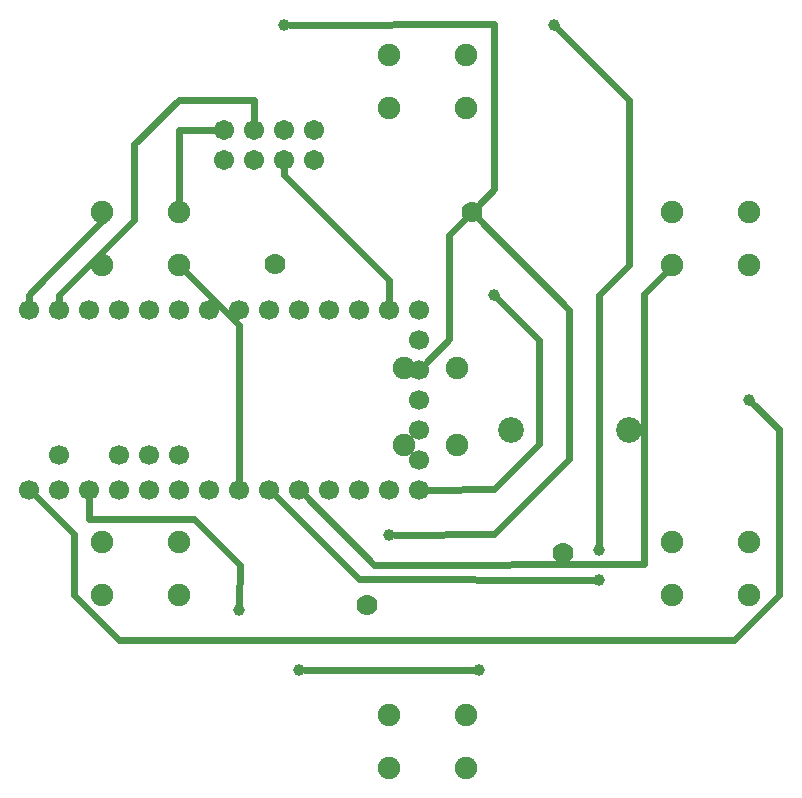
<source format=gtl>
G04 MADE WITH FRITZING*
G04 WWW.FRITZING.ORG*
G04 DOUBLE SIDED*
G04 HOLES PLATED*
G04 CONTOUR ON CENTER OF CONTOUR VECTOR*
%ASAXBY*%
%FSLAX23Y23*%
%MOIN*%
%OFA0B0*%
%SFA1.0B1.0*%
%ADD10C,0.039370*%
%ADD11C,0.085437*%
%ADD12C,0.075000*%
%ADD13C,0.070000*%
%ADD14C,0.066889*%
%ADD15C,0.067278*%
%ADD16C,0.024000*%
%LNCOPPER1*%
G90*
G70*
G54D10*
X2501Y1436D03*
X801Y736D03*
X1001Y536D03*
X1601Y536D03*
X1301Y986D03*
G54D11*
X2101Y1336D03*
X1708Y1336D03*
G54D10*
X951Y2686D03*
X1851Y2686D03*
X2001Y936D03*
X2001Y836D03*
X1651Y1786D03*
G54D12*
X601Y1886D03*
X345Y1886D03*
X601Y2063D03*
X345Y2063D03*
X1301Y2586D03*
X1557Y2586D03*
X1301Y2409D03*
X1557Y2409D03*
X2501Y1886D03*
X2245Y1886D03*
X2501Y2063D03*
X2245Y2063D03*
X2501Y786D03*
X2245Y786D03*
X2501Y963D03*
X2245Y963D03*
X1301Y386D03*
X1557Y386D03*
X1301Y209D03*
X1557Y209D03*
X1351Y1286D03*
X1351Y1542D03*
X1528Y1286D03*
X1528Y1542D03*
X345Y963D03*
X601Y963D03*
X345Y786D03*
X601Y786D03*
G54D13*
X1226Y751D03*
X1882Y926D03*
X1577Y2061D03*
X921Y1887D03*
G54D14*
X1401Y1136D03*
X1301Y1136D03*
X1201Y1136D03*
X1101Y1136D03*
X1001Y1136D03*
X901Y1136D03*
X801Y1136D03*
X701Y1136D03*
X601Y1136D03*
X501Y1136D03*
X401Y1136D03*
X301Y1136D03*
X201Y1136D03*
X101Y1136D03*
X201Y1250D03*
X501Y1250D03*
X401Y1250D03*
X1401Y1736D03*
X1301Y1736D03*
X1201Y1736D03*
X1101Y1736D03*
X1001Y1736D03*
X901Y1736D03*
X801Y1736D03*
X701Y1736D03*
X601Y1736D03*
X501Y1736D03*
X401Y1736D03*
X301Y1736D03*
X201Y1736D03*
X101Y1736D03*
X601Y1250D03*
X1401Y1536D03*
X1401Y1636D03*
X1401Y1436D03*
X1401Y1236D03*
X1401Y1336D03*
X1401Y1136D03*
X1301Y1136D03*
X1201Y1136D03*
X1101Y1136D03*
X1001Y1136D03*
X901Y1136D03*
X801Y1136D03*
X701Y1136D03*
X601Y1136D03*
X501Y1136D03*
X401Y1136D03*
X301Y1136D03*
X201Y1136D03*
X101Y1136D03*
X201Y1250D03*
X501Y1250D03*
X401Y1250D03*
X1401Y1736D03*
X1301Y1736D03*
X1201Y1736D03*
X1101Y1736D03*
X1001Y1736D03*
X901Y1736D03*
X801Y1736D03*
X701Y1736D03*
X601Y1736D03*
X501Y1736D03*
X401Y1736D03*
X301Y1736D03*
X201Y1736D03*
X101Y1736D03*
X601Y1250D03*
X1401Y1536D03*
X1401Y1636D03*
X1401Y1436D03*
X1401Y1236D03*
X1401Y1336D03*
G54D15*
X751Y2236D03*
X851Y2236D03*
X951Y2236D03*
X1051Y2236D03*
X751Y2336D03*
X851Y2336D03*
X951Y2336D03*
X1051Y2336D03*
X751Y2236D03*
X851Y2236D03*
X951Y2236D03*
X1051Y2236D03*
X751Y2336D03*
X851Y2336D03*
X951Y2336D03*
X1051Y2336D03*
G54D16*
X2602Y1337D02*
X2602Y786D01*
D02*
X1901Y1734D02*
X1599Y2039D01*
D02*
X1901Y1237D02*
X1901Y1734D01*
D02*
X1650Y987D02*
X1901Y1237D01*
D02*
X1320Y986D02*
X1650Y987D01*
D02*
X1582Y536D02*
X1020Y536D01*
D02*
X803Y886D02*
X652Y1037D01*
D02*
X652Y1037D02*
X302Y1037D01*
D02*
X302Y1037D02*
X301Y1105D01*
D02*
X801Y755D02*
X803Y886D01*
D02*
X2602Y786D02*
X2452Y636D01*
D02*
X2452Y636D02*
X402Y636D01*
D02*
X402Y636D02*
X252Y786D01*
D02*
X252Y786D02*
X252Y987D01*
D02*
X252Y987D02*
X123Y1114D01*
D02*
X2515Y1423D02*
X2602Y1337D01*
D02*
X200Y1786D02*
X201Y1767D01*
D02*
X452Y2035D02*
X200Y1786D01*
D02*
X452Y2287D02*
X452Y2035D01*
D02*
X601Y2436D02*
X452Y2287D01*
D02*
X852Y2364D02*
X852Y2436D01*
D02*
X852Y2436D02*
X601Y2436D01*
D02*
X602Y2335D02*
X723Y2336D01*
D02*
X601Y2092D02*
X602Y2335D01*
D02*
X350Y2037D02*
X150Y1837D01*
D02*
X150Y1837D02*
X102Y1785D01*
D02*
X1651Y2137D02*
X1599Y2084D01*
D02*
X1651Y2687D02*
X1651Y2137D01*
D02*
X970Y2686D02*
X1651Y2687D01*
D02*
X952Y2186D02*
X1301Y1836D01*
D02*
X1301Y1836D02*
X1301Y1767D01*
D02*
X952Y2208D02*
X952Y2186D01*
D02*
X351Y2035D02*
X350Y2037D01*
D02*
X102Y1785D02*
X101Y1767D01*
D02*
X801Y1167D02*
X801Y1685D01*
D02*
X801Y1685D02*
X621Y1866D01*
D02*
X1250Y886D02*
X1023Y1114D01*
D02*
X2150Y1787D02*
X2150Y887D01*
D02*
X2226Y1865D02*
X2150Y1787D01*
D02*
X2150Y887D02*
X1250Y886D01*
D02*
X1201Y837D02*
X1982Y836D01*
D02*
X923Y1114D02*
X1201Y837D01*
D02*
X2000Y1785D02*
X2001Y955D01*
D02*
X2101Y1885D02*
X2000Y1785D01*
D02*
X2101Y2435D02*
X2101Y1885D01*
D02*
X1865Y2672D02*
X2101Y2435D01*
D02*
X1650Y1137D02*
X1432Y1136D01*
D02*
X1801Y1287D02*
X1650Y1137D01*
D02*
X1802Y1636D02*
X1801Y1287D01*
D02*
X1665Y1773D02*
X1802Y1636D01*
D02*
X1500Y1985D02*
X1500Y1638D01*
D02*
X1500Y1638D02*
X1423Y1558D01*
D02*
X1555Y2039D02*
X1500Y1985D01*
G04 End of Copper1*
M02*
</source>
